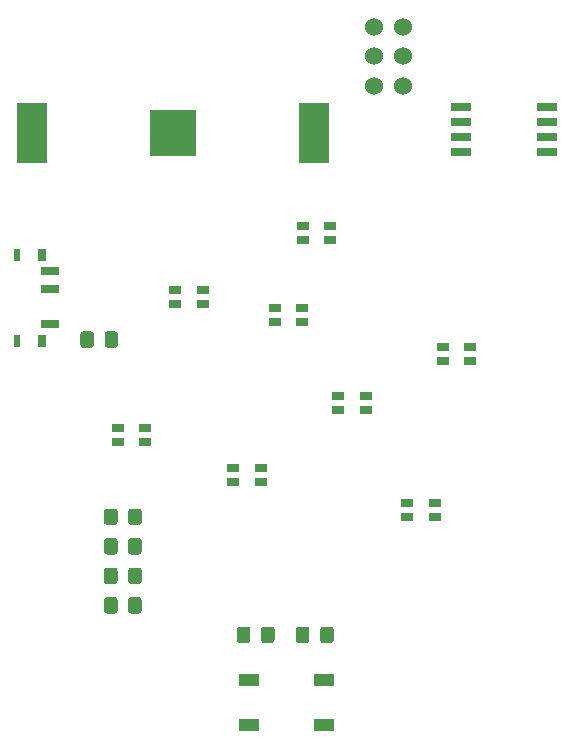
<source format=gbr>
G04 #@! TF.GenerationSoftware,KiCad,Pcbnew,5.1.7-a382d34a8~87~ubuntu20.04.1*
G04 #@! TF.CreationDate,2020-12-28T23:51:54+01:00*
G04 #@! TF.ProjectId,blender_badges,626c656e-6465-4725-9f62-61646765732e,rev?*
G04 #@! TF.SameCoordinates,Original*
G04 #@! TF.FileFunction,Paste,Bot*
G04 #@! TF.FilePolarity,Positive*
%FSLAX46Y46*%
G04 Gerber Fmt 4.6, Leading zero omitted, Abs format (unit mm)*
G04 Created by KiCad (PCBNEW 5.1.7-a382d34a8~87~ubuntu20.04.1) date 2020-12-28 23:51:54*
%MOMM*%
%LPD*%
G01*
G04 APERTURE LIST*
%ADD10R,1.100000X0.800000*%
%ADD11R,1.700000X0.650000*%
%ADD12R,3.960000X3.960000*%
%ADD13R,2.640000X5.100000*%
%ADD14C,1.524000*%
%ADD15R,1.700000X1.000000*%
%ADD16R,1.498600X0.698500*%
%ADD17R,0.599440X0.998220*%
%ADD18R,0.797560X0.998220*%
G04 APERTURE END LIST*
D10*
X118500000Y-62750000D03*
X120830000Y-62750000D03*
X120830000Y-61550000D03*
X118500000Y-61550000D03*
X109600000Y-68800000D03*
X111930000Y-68800000D03*
X111930000Y-67600000D03*
X109600000Y-67600000D03*
X124350000Y-71800000D03*
X126680000Y-71800000D03*
X126680000Y-70600000D03*
X124350000Y-70600000D03*
X127350000Y-58550000D03*
X129680000Y-58550000D03*
X129680000Y-57350000D03*
X127350000Y-57350000D03*
X113100000Y-55300000D03*
X115430000Y-55300000D03*
X115430000Y-54100000D03*
X113100000Y-54100000D03*
X115500000Y-48350000D03*
X117830000Y-48350000D03*
X117830000Y-47150000D03*
X115500000Y-47150000D03*
X104700000Y-53750000D03*
X107030000Y-53750000D03*
X107030000Y-52550000D03*
X104700000Y-52550000D03*
X99800000Y-65450000D03*
X102130000Y-65450000D03*
X102130000Y-64250000D03*
X99800000Y-64250000D03*
G36*
G01*
X116950000Y-82200001D02*
X116950000Y-81299999D01*
G75*
G02*
X117199999Y-81050000I249999J0D01*
G01*
X117850001Y-81050000D01*
G75*
G02*
X118100000Y-81299999I0J-249999D01*
G01*
X118100000Y-82200001D01*
G75*
G02*
X117850001Y-82450000I-249999J0D01*
G01*
X117199999Y-82450000D01*
G75*
G02*
X116950000Y-82200001I0J249999D01*
G01*
G37*
G36*
G01*
X114900000Y-82200001D02*
X114900000Y-81299999D01*
G75*
G02*
X115149999Y-81050000I249999J0D01*
G01*
X115800001Y-81050000D01*
G75*
G02*
X116050000Y-81299999I0J-249999D01*
G01*
X116050000Y-82200001D01*
G75*
G02*
X115800001Y-82450000I-249999J0D01*
G01*
X115149999Y-82450000D01*
G75*
G02*
X114900000Y-82200001I0J249999D01*
G01*
G37*
D11*
X136150000Y-37095000D03*
X136150000Y-38365000D03*
X136150000Y-39635000D03*
X136150000Y-40905000D03*
X128850000Y-40905000D03*
X128850000Y-39635000D03*
X128850000Y-38365000D03*
X128850000Y-37095000D03*
D12*
X104500000Y-39250000D03*
D13*
X116400000Y-39250000D03*
X92600000Y-39250000D03*
G36*
G01*
X111950000Y-82200001D02*
X111950000Y-81299999D01*
G75*
G02*
X112199999Y-81050000I249999J0D01*
G01*
X112850001Y-81050000D01*
G75*
G02*
X113100000Y-81299999I0J-249999D01*
G01*
X113100000Y-82200001D01*
G75*
G02*
X112850001Y-82450000I-249999J0D01*
G01*
X112199999Y-82450000D01*
G75*
G02*
X111950000Y-82200001I0J249999D01*
G01*
G37*
G36*
G01*
X109900000Y-82200001D02*
X109900000Y-81299999D01*
G75*
G02*
X110149999Y-81050000I249999J0D01*
G01*
X110800001Y-81050000D01*
G75*
G02*
X111050000Y-81299999I0J-249999D01*
G01*
X111050000Y-82200001D01*
G75*
G02*
X110800001Y-82450000I-249999J0D01*
G01*
X110149999Y-82450000D01*
G75*
G02*
X109900000Y-82200001I0J249999D01*
G01*
G37*
G36*
G01*
X99850000Y-56299999D02*
X99850000Y-57200001D01*
G75*
G02*
X99600001Y-57450000I-249999J0D01*
G01*
X98949999Y-57450000D01*
G75*
G02*
X98700000Y-57200001I0J249999D01*
G01*
X98700000Y-56299999D01*
G75*
G02*
X98949999Y-56050000I249999J0D01*
G01*
X99600001Y-56050000D01*
G75*
G02*
X99850000Y-56299999I0J-249999D01*
G01*
G37*
G36*
G01*
X97800000Y-56299999D02*
X97800000Y-57200001D01*
G75*
G02*
X97550001Y-57450000I-249999J0D01*
G01*
X96899999Y-57450000D01*
G75*
G02*
X96650000Y-57200001I0J249999D01*
G01*
X96650000Y-56299999D01*
G75*
G02*
X96899999Y-56050000I249999J0D01*
G01*
X97550001Y-56050000D01*
G75*
G02*
X97800000Y-56299999I0J-249999D01*
G01*
G37*
G36*
G01*
X101850000Y-71299999D02*
X101850000Y-72200001D01*
G75*
G02*
X101600001Y-72450000I-249999J0D01*
G01*
X100949999Y-72450000D01*
G75*
G02*
X100700000Y-72200001I0J249999D01*
G01*
X100700000Y-71299999D01*
G75*
G02*
X100949999Y-71050000I249999J0D01*
G01*
X101600001Y-71050000D01*
G75*
G02*
X101850000Y-71299999I0J-249999D01*
G01*
G37*
G36*
G01*
X99800000Y-71299999D02*
X99800000Y-72200001D01*
G75*
G02*
X99550001Y-72450000I-249999J0D01*
G01*
X98899999Y-72450000D01*
G75*
G02*
X98650000Y-72200001I0J249999D01*
G01*
X98650000Y-71299999D01*
G75*
G02*
X98899999Y-71050000I249999J0D01*
G01*
X99550001Y-71050000D01*
G75*
G02*
X99800000Y-71299999I0J-249999D01*
G01*
G37*
G36*
G01*
X99800000Y-73799999D02*
X99800000Y-74700001D01*
G75*
G02*
X99550001Y-74950000I-249999J0D01*
G01*
X98899999Y-74950000D01*
G75*
G02*
X98650000Y-74700001I0J249999D01*
G01*
X98650000Y-73799999D01*
G75*
G02*
X98899999Y-73550000I249999J0D01*
G01*
X99550001Y-73550000D01*
G75*
G02*
X99800000Y-73799999I0J-249999D01*
G01*
G37*
G36*
G01*
X101850000Y-73799999D02*
X101850000Y-74700001D01*
G75*
G02*
X101600001Y-74950000I-249999J0D01*
G01*
X100949999Y-74950000D01*
G75*
G02*
X100700000Y-74700001I0J249999D01*
G01*
X100700000Y-73799999D01*
G75*
G02*
X100949999Y-73550000I249999J0D01*
G01*
X101600001Y-73550000D01*
G75*
G02*
X101850000Y-73799999I0J-249999D01*
G01*
G37*
G36*
G01*
X101850000Y-76299999D02*
X101850000Y-77200001D01*
G75*
G02*
X101600001Y-77450000I-249999J0D01*
G01*
X100949999Y-77450000D01*
G75*
G02*
X100700000Y-77200001I0J249999D01*
G01*
X100700000Y-76299999D01*
G75*
G02*
X100949999Y-76050000I249999J0D01*
G01*
X101600001Y-76050000D01*
G75*
G02*
X101850000Y-76299999I0J-249999D01*
G01*
G37*
G36*
G01*
X99800000Y-76299999D02*
X99800000Y-77200001D01*
G75*
G02*
X99550001Y-77450000I-249999J0D01*
G01*
X98899999Y-77450000D01*
G75*
G02*
X98650000Y-77200001I0J249999D01*
G01*
X98650000Y-76299999D01*
G75*
G02*
X98899999Y-76050000I249999J0D01*
G01*
X99550001Y-76050000D01*
G75*
G02*
X99800000Y-76299999I0J-249999D01*
G01*
G37*
G36*
G01*
X99800000Y-78799999D02*
X99800000Y-79700001D01*
G75*
G02*
X99550001Y-79950000I-249999J0D01*
G01*
X98899999Y-79950000D01*
G75*
G02*
X98650000Y-79700001I0J249999D01*
G01*
X98650000Y-78799999D01*
G75*
G02*
X98899999Y-78550000I249999J0D01*
G01*
X99550001Y-78550000D01*
G75*
G02*
X99800000Y-78799999I0J-249999D01*
G01*
G37*
G36*
G01*
X101850000Y-78799999D02*
X101850000Y-79700001D01*
G75*
G02*
X101600001Y-79950000I-249999J0D01*
G01*
X100949999Y-79950000D01*
G75*
G02*
X100700000Y-79700001I0J249999D01*
G01*
X100700000Y-78799999D01*
G75*
G02*
X100949999Y-78550000I249999J0D01*
G01*
X101600001Y-78550000D01*
G75*
G02*
X101850000Y-78799999I0J-249999D01*
G01*
G37*
D14*
X124000000Y-32750000D03*
X124000000Y-35250000D03*
X121500000Y-35250000D03*
X124000000Y-30250000D03*
X121500000Y-32750000D03*
X121500000Y-30250000D03*
D15*
X117250000Y-85600000D03*
X110950000Y-85600000D03*
X117250000Y-89400000D03*
X110950000Y-89400000D03*
D16*
X94047520Y-50952100D03*
X94047520Y-52450700D03*
X94047520Y-55447900D03*
D17*
X91301780Y-49550020D03*
D18*
X93399820Y-49550020D03*
D17*
X91301780Y-56849980D03*
D18*
X93399820Y-56849980D03*
M02*

</source>
